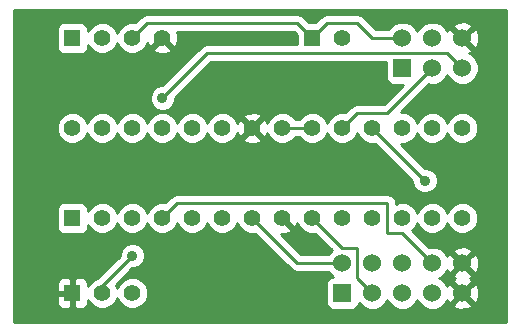
<source format=gbl>
G04 (created by PCBNEW (2013-04-19 BZR 4011)-stable) date 5/10/2013 9:41:03 PM*
%MOIN*%
G04 Gerber Fmt 3.4, Leading zero omitted, Abs format*
%FSLAX34Y34*%
G01*
G70*
G90*
G04 APERTURE LIST*
%ADD10C,0.006*%
%ADD11R,0.055X0.055*%
%ADD12C,0.055*%
%ADD13R,0.06X0.06*%
%ADD14C,0.06*%
%ADD15C,0.035*%
%ADD16C,0.01*%
G04 APERTURE END LIST*
G54D10*
G54D11*
X73500Y-39500D03*
G54D12*
X74500Y-39500D03*
X75500Y-39500D03*
X76500Y-39500D03*
G54D11*
X81500Y-39500D03*
G54D12*
X82500Y-39500D03*
G54D13*
X82500Y-48000D03*
G54D14*
X82500Y-47000D03*
X83500Y-48000D03*
X83500Y-47000D03*
X84500Y-48000D03*
X84500Y-47000D03*
X85500Y-48000D03*
X85500Y-47000D03*
X86500Y-48000D03*
X86500Y-47000D03*
G54D12*
X74500Y-45500D03*
X75500Y-45500D03*
X76500Y-45500D03*
X77500Y-45500D03*
X78500Y-45500D03*
X79500Y-45500D03*
X80500Y-45500D03*
X81500Y-45500D03*
X82500Y-45500D03*
X83500Y-45500D03*
X84500Y-45500D03*
X85500Y-45500D03*
X86500Y-45500D03*
G54D11*
X73500Y-45500D03*
G54D12*
X86500Y-42500D03*
X85500Y-42500D03*
X84500Y-42500D03*
X83500Y-42500D03*
X82500Y-42500D03*
X81500Y-42500D03*
X80500Y-42500D03*
X79500Y-42500D03*
X78500Y-42500D03*
X77500Y-42500D03*
X76500Y-42500D03*
X75500Y-42500D03*
X74500Y-42500D03*
X73500Y-42500D03*
G54D13*
X84500Y-40500D03*
G54D14*
X84500Y-39500D03*
X85500Y-40500D03*
X85500Y-39500D03*
X86500Y-40500D03*
X86500Y-39500D03*
G54D11*
X73500Y-48000D03*
G54D12*
X74500Y-48000D03*
X75500Y-48000D03*
G54D15*
X85250Y-44250D03*
X76500Y-41500D03*
X75500Y-46750D03*
G54D16*
X85500Y-47000D02*
X84500Y-46000D01*
X84500Y-46000D02*
X84000Y-46000D01*
X84000Y-46000D02*
X84000Y-45000D01*
X84000Y-45000D02*
X77000Y-45000D01*
X77000Y-45000D02*
X76500Y-45500D01*
X83500Y-42500D02*
X85250Y-44250D01*
X76500Y-41500D02*
X78000Y-40000D01*
X78000Y-40000D02*
X86000Y-40000D01*
X86000Y-40000D02*
X86500Y-40500D01*
X85500Y-40500D02*
X84000Y-42000D01*
X84000Y-42000D02*
X83000Y-42000D01*
X83000Y-42000D02*
X82500Y-42500D01*
X74500Y-48000D02*
X74500Y-47750D01*
X74500Y-47750D02*
X75500Y-46750D01*
X81500Y-45500D02*
X82500Y-46500D01*
X82500Y-46500D02*
X83000Y-46500D01*
X83000Y-46500D02*
X83000Y-47500D01*
X83000Y-47500D02*
X83500Y-48000D01*
X79500Y-45500D02*
X81000Y-47000D01*
X81000Y-47000D02*
X82500Y-47000D01*
X81500Y-39500D02*
X81000Y-39000D01*
X81000Y-39000D02*
X76000Y-39000D01*
X76000Y-39000D02*
X75500Y-39500D01*
X81500Y-39500D02*
X82000Y-39000D01*
X82000Y-39000D02*
X83000Y-39000D01*
X83000Y-39000D02*
X83500Y-39500D01*
X83500Y-39500D02*
X84500Y-39500D01*
X81500Y-42500D02*
X80500Y-42500D01*
G54D10*
G36*
X82148Y-46573D02*
X82034Y-46688D01*
X82029Y-46700D01*
X81124Y-46700D01*
X80452Y-46028D01*
X80632Y-46018D01*
X80772Y-45960D01*
X80797Y-45867D01*
X80500Y-45570D01*
X80494Y-45576D01*
X80423Y-45505D01*
X80429Y-45500D01*
X80423Y-45494D01*
X80494Y-45423D01*
X80500Y-45429D01*
X80505Y-45423D01*
X80576Y-45494D01*
X80570Y-45500D01*
X80867Y-45797D01*
X80960Y-45772D01*
X80999Y-45662D01*
X81054Y-45797D01*
X81202Y-45944D01*
X81395Y-46024D01*
X81600Y-46025D01*
X82148Y-46573D01*
X82148Y-46573D01*
G37*
G54D16*
X82148Y-46573D02*
X82034Y-46688D01*
X82029Y-46700D01*
X81124Y-46700D01*
X80452Y-46028D01*
X80632Y-46018D01*
X80772Y-45960D01*
X80797Y-45867D01*
X80500Y-45570D01*
X80494Y-45576D01*
X80423Y-45505D01*
X80429Y-45500D01*
X80423Y-45494D01*
X80494Y-45423D01*
X80500Y-45429D01*
X80505Y-45423D01*
X80576Y-45494D01*
X80570Y-45500D01*
X80867Y-45797D01*
X80960Y-45772D01*
X80999Y-45662D01*
X81054Y-45797D01*
X81202Y-45944D01*
X81395Y-46024D01*
X81600Y-46025D01*
X82148Y-46573D01*
G54D10*
G36*
X82576Y-39505D02*
X82505Y-39576D01*
X82500Y-39570D01*
X82494Y-39576D01*
X82423Y-39505D01*
X82429Y-39500D01*
X82423Y-39494D01*
X82494Y-39423D01*
X82500Y-39429D01*
X82505Y-39423D01*
X82576Y-39494D01*
X82570Y-39500D01*
X82576Y-39505D01*
X82576Y-39505D01*
G37*
G54D16*
X82576Y-39505D02*
X82505Y-39576D01*
X82500Y-39570D01*
X82494Y-39576D01*
X82423Y-39505D01*
X82429Y-39500D01*
X82423Y-39494D01*
X82494Y-39423D01*
X82500Y-39429D01*
X82505Y-39423D01*
X82576Y-39494D01*
X82570Y-39500D01*
X82576Y-39505D01*
G54D10*
G36*
X87950Y-48950D02*
X87054Y-48950D01*
X87054Y-48081D01*
X87054Y-47081D01*
X87054Y-39581D01*
X87043Y-39363D01*
X86981Y-39212D01*
X86885Y-39184D01*
X86815Y-39255D01*
X86815Y-39114D01*
X86787Y-39018D01*
X86581Y-38945D01*
X86363Y-38956D01*
X86212Y-39018D01*
X86184Y-39114D01*
X86500Y-39429D01*
X86815Y-39114D01*
X86815Y-39255D01*
X86570Y-39500D01*
X86885Y-39815D01*
X86981Y-39787D01*
X87054Y-39581D01*
X87054Y-47081D01*
X87050Y-46988D01*
X87050Y-40391D01*
X86966Y-40188D01*
X86811Y-40034D01*
X86736Y-40002D01*
X86787Y-39981D01*
X86815Y-39885D01*
X86500Y-39570D01*
X86494Y-39576D01*
X86423Y-39505D01*
X86429Y-39500D01*
X86114Y-39184D01*
X86018Y-39212D01*
X85999Y-39267D01*
X85966Y-39188D01*
X85811Y-39034D01*
X85609Y-38950D01*
X85391Y-38949D01*
X85188Y-39033D01*
X85034Y-39188D01*
X85000Y-39269D01*
X84966Y-39188D01*
X84811Y-39034D01*
X84609Y-38950D01*
X84391Y-38949D01*
X84188Y-39033D01*
X84034Y-39188D01*
X84029Y-39200D01*
X83624Y-39200D01*
X83212Y-38787D01*
X83114Y-38722D01*
X83000Y-38700D01*
X82000Y-38700D01*
X81885Y-38722D01*
X81787Y-38787D01*
X81600Y-38974D01*
X81399Y-38974D01*
X81212Y-38787D01*
X81114Y-38722D01*
X81000Y-38700D01*
X76000Y-38700D01*
X75885Y-38722D01*
X75787Y-38787D01*
X75600Y-38975D01*
X75396Y-38974D01*
X75203Y-39054D01*
X75055Y-39202D01*
X74999Y-39335D01*
X74945Y-39203D01*
X74797Y-39055D01*
X74604Y-38975D01*
X74396Y-38974D01*
X74203Y-39054D01*
X74055Y-39202D01*
X74025Y-39274D01*
X74025Y-39175D01*
X73987Y-39083D01*
X73916Y-39013D01*
X73824Y-38975D01*
X73725Y-38974D01*
X73175Y-38974D01*
X73083Y-39012D01*
X73013Y-39083D01*
X72975Y-39175D01*
X72974Y-39274D01*
X72974Y-39824D01*
X73012Y-39916D01*
X73083Y-39986D01*
X73175Y-40024D01*
X73274Y-40025D01*
X73824Y-40025D01*
X73916Y-39987D01*
X73986Y-39916D01*
X74024Y-39824D01*
X74025Y-39725D01*
X74025Y-39725D01*
X74054Y-39797D01*
X74202Y-39944D01*
X74395Y-40024D01*
X74603Y-40025D01*
X74797Y-39945D01*
X74944Y-39797D01*
X75000Y-39664D01*
X75054Y-39797D01*
X75202Y-39944D01*
X75395Y-40024D01*
X75603Y-40025D01*
X75797Y-39945D01*
X75944Y-39797D01*
X75997Y-39671D01*
X76039Y-39772D01*
X76132Y-39797D01*
X76429Y-39500D01*
X76423Y-39494D01*
X76494Y-39423D01*
X76500Y-39429D01*
X76505Y-39423D01*
X76576Y-39494D01*
X76570Y-39500D01*
X76867Y-39797D01*
X76960Y-39772D01*
X77029Y-39575D01*
X77018Y-39367D01*
X76990Y-39300D01*
X80875Y-39300D01*
X80974Y-39399D01*
X80974Y-39700D01*
X78000Y-39700D01*
X77885Y-39722D01*
X77787Y-39787D01*
X76797Y-40778D01*
X76797Y-39867D01*
X76500Y-39570D01*
X76202Y-39867D01*
X76227Y-39960D01*
X76424Y-40029D01*
X76632Y-40018D01*
X76772Y-39960D01*
X76797Y-39867D01*
X76797Y-40778D01*
X76500Y-41075D01*
X76415Y-41074D01*
X76259Y-41139D01*
X76139Y-41258D01*
X76075Y-41415D01*
X76074Y-41584D01*
X76139Y-41740D01*
X76258Y-41860D01*
X76415Y-41924D01*
X76584Y-41925D01*
X76740Y-41860D01*
X76860Y-41741D01*
X76924Y-41584D01*
X76925Y-41499D01*
X78124Y-40300D01*
X83949Y-40300D01*
X83949Y-40849D01*
X83987Y-40941D01*
X84058Y-41011D01*
X84150Y-41049D01*
X84249Y-41050D01*
X84525Y-41050D01*
X83875Y-41700D01*
X83000Y-41700D01*
X82885Y-41722D01*
X82787Y-41787D01*
X82600Y-41975D01*
X82396Y-41974D01*
X82203Y-42054D01*
X82055Y-42202D01*
X81999Y-42335D01*
X81945Y-42203D01*
X81797Y-42055D01*
X81604Y-41975D01*
X81396Y-41974D01*
X81203Y-42054D01*
X81057Y-42200D01*
X80942Y-42200D01*
X80797Y-42055D01*
X80604Y-41975D01*
X80396Y-41974D01*
X80203Y-42054D01*
X80055Y-42202D01*
X80002Y-42328D01*
X79960Y-42227D01*
X79867Y-42202D01*
X79797Y-42273D01*
X79797Y-42132D01*
X79772Y-42039D01*
X79575Y-41970D01*
X79367Y-41981D01*
X79227Y-42039D01*
X79202Y-42132D01*
X79500Y-42429D01*
X79797Y-42132D01*
X79797Y-42273D01*
X79570Y-42500D01*
X79867Y-42797D01*
X79960Y-42772D01*
X79999Y-42662D01*
X80054Y-42797D01*
X80202Y-42944D01*
X80395Y-43024D01*
X80603Y-43025D01*
X80797Y-42945D01*
X80942Y-42800D01*
X81057Y-42800D01*
X81202Y-42944D01*
X81395Y-43024D01*
X81603Y-43025D01*
X81797Y-42945D01*
X81944Y-42797D01*
X82000Y-42664D01*
X82054Y-42797D01*
X82202Y-42944D01*
X82395Y-43024D01*
X82603Y-43025D01*
X82797Y-42945D01*
X82944Y-42797D01*
X83000Y-42664D01*
X83054Y-42797D01*
X83202Y-42944D01*
X83395Y-43024D01*
X83600Y-43025D01*
X84825Y-44249D01*
X84824Y-44334D01*
X84889Y-44490D01*
X85008Y-44610D01*
X85165Y-44674D01*
X85334Y-44675D01*
X85490Y-44610D01*
X85610Y-44491D01*
X85674Y-44334D01*
X85675Y-44165D01*
X85610Y-44009D01*
X85491Y-43889D01*
X85334Y-43825D01*
X85249Y-43824D01*
X84449Y-43024D01*
X84603Y-43025D01*
X84797Y-42945D01*
X84944Y-42797D01*
X85000Y-42664D01*
X85054Y-42797D01*
X85202Y-42944D01*
X85395Y-43024D01*
X85603Y-43025D01*
X85797Y-42945D01*
X85944Y-42797D01*
X86000Y-42664D01*
X86054Y-42797D01*
X86202Y-42944D01*
X86395Y-43024D01*
X86603Y-43025D01*
X86797Y-42945D01*
X86944Y-42797D01*
X87024Y-42604D01*
X87025Y-42396D01*
X86945Y-42203D01*
X86797Y-42055D01*
X86604Y-41975D01*
X86396Y-41974D01*
X86203Y-42054D01*
X86055Y-42202D01*
X85999Y-42335D01*
X85945Y-42203D01*
X85797Y-42055D01*
X85604Y-41975D01*
X85396Y-41974D01*
X85203Y-42054D01*
X85055Y-42202D01*
X84999Y-42335D01*
X84945Y-42203D01*
X84797Y-42055D01*
X84604Y-41975D01*
X84449Y-41974D01*
X85378Y-41045D01*
X85390Y-41049D01*
X85608Y-41050D01*
X85811Y-40966D01*
X85965Y-40811D01*
X85999Y-40730D01*
X86033Y-40811D01*
X86188Y-40965D01*
X86390Y-41049D01*
X86608Y-41050D01*
X86811Y-40966D01*
X86965Y-40811D01*
X87049Y-40609D01*
X87050Y-40391D01*
X87050Y-46988D01*
X87043Y-46863D01*
X87025Y-46817D01*
X87025Y-45396D01*
X86945Y-45203D01*
X86797Y-45055D01*
X86604Y-44975D01*
X86396Y-44974D01*
X86203Y-45054D01*
X86055Y-45202D01*
X85999Y-45335D01*
X85945Y-45203D01*
X85797Y-45055D01*
X85604Y-44975D01*
X85396Y-44974D01*
X85203Y-45054D01*
X85055Y-45202D01*
X84999Y-45335D01*
X84945Y-45203D01*
X84797Y-45055D01*
X84604Y-44975D01*
X84396Y-44974D01*
X84300Y-45014D01*
X84300Y-45000D01*
X84277Y-44885D01*
X84212Y-44787D01*
X84114Y-44722D01*
X84000Y-44700D01*
X79797Y-44700D01*
X79797Y-42867D01*
X79500Y-42570D01*
X79429Y-42641D01*
X79429Y-42500D01*
X79132Y-42202D01*
X79039Y-42227D01*
X79000Y-42337D01*
X78945Y-42203D01*
X78797Y-42055D01*
X78604Y-41975D01*
X78396Y-41974D01*
X78203Y-42054D01*
X78055Y-42202D01*
X77999Y-42335D01*
X77945Y-42203D01*
X77797Y-42055D01*
X77604Y-41975D01*
X77396Y-41974D01*
X77203Y-42054D01*
X77055Y-42202D01*
X76999Y-42335D01*
X76945Y-42203D01*
X76797Y-42055D01*
X76604Y-41975D01*
X76396Y-41974D01*
X76203Y-42054D01*
X76055Y-42202D01*
X75999Y-42335D01*
X75945Y-42203D01*
X75797Y-42055D01*
X75604Y-41975D01*
X75396Y-41974D01*
X75203Y-42054D01*
X75055Y-42202D01*
X74999Y-42335D01*
X74945Y-42203D01*
X74797Y-42055D01*
X74604Y-41975D01*
X74396Y-41974D01*
X74203Y-42054D01*
X74055Y-42202D01*
X73999Y-42335D01*
X73945Y-42203D01*
X73797Y-42055D01*
X73604Y-41975D01*
X73396Y-41974D01*
X73203Y-42054D01*
X73055Y-42202D01*
X72975Y-42395D01*
X72974Y-42603D01*
X73054Y-42797D01*
X73202Y-42944D01*
X73395Y-43024D01*
X73603Y-43025D01*
X73797Y-42945D01*
X73944Y-42797D01*
X74000Y-42664D01*
X74054Y-42797D01*
X74202Y-42944D01*
X74395Y-43024D01*
X74603Y-43025D01*
X74797Y-42945D01*
X74944Y-42797D01*
X75000Y-42664D01*
X75054Y-42797D01*
X75202Y-42944D01*
X75395Y-43024D01*
X75603Y-43025D01*
X75797Y-42945D01*
X75944Y-42797D01*
X76000Y-42664D01*
X76054Y-42797D01*
X76202Y-42944D01*
X76395Y-43024D01*
X76603Y-43025D01*
X76797Y-42945D01*
X76944Y-42797D01*
X77000Y-42664D01*
X77054Y-42797D01*
X77202Y-42944D01*
X77395Y-43024D01*
X77603Y-43025D01*
X77797Y-42945D01*
X77944Y-42797D01*
X78000Y-42664D01*
X78054Y-42797D01*
X78202Y-42944D01*
X78395Y-43024D01*
X78603Y-43025D01*
X78797Y-42945D01*
X78944Y-42797D01*
X78997Y-42671D01*
X79039Y-42772D01*
X79132Y-42797D01*
X79429Y-42500D01*
X79429Y-42641D01*
X79202Y-42867D01*
X79227Y-42960D01*
X79424Y-43029D01*
X79632Y-43018D01*
X79772Y-42960D01*
X79797Y-42867D01*
X79797Y-44700D01*
X77000Y-44700D01*
X76885Y-44722D01*
X76787Y-44787D01*
X76600Y-44975D01*
X76396Y-44974D01*
X76203Y-45054D01*
X76055Y-45202D01*
X75999Y-45335D01*
X75945Y-45203D01*
X75797Y-45055D01*
X75604Y-44975D01*
X75396Y-44974D01*
X75203Y-45054D01*
X75055Y-45202D01*
X74999Y-45335D01*
X74945Y-45203D01*
X74797Y-45055D01*
X74604Y-44975D01*
X74396Y-44974D01*
X74203Y-45054D01*
X74055Y-45202D01*
X74025Y-45274D01*
X74025Y-45175D01*
X73987Y-45083D01*
X73916Y-45013D01*
X73824Y-44975D01*
X73725Y-44974D01*
X73175Y-44974D01*
X73083Y-45012D01*
X73013Y-45083D01*
X72975Y-45175D01*
X72974Y-45274D01*
X72974Y-45824D01*
X73012Y-45916D01*
X73083Y-45986D01*
X73175Y-46024D01*
X73274Y-46025D01*
X73824Y-46025D01*
X73916Y-45987D01*
X73986Y-45916D01*
X74024Y-45824D01*
X74025Y-45725D01*
X74025Y-45725D01*
X74054Y-45797D01*
X74202Y-45944D01*
X74395Y-46024D01*
X74603Y-46025D01*
X74797Y-45945D01*
X74944Y-45797D01*
X75000Y-45664D01*
X75054Y-45797D01*
X75202Y-45944D01*
X75395Y-46024D01*
X75603Y-46025D01*
X75797Y-45945D01*
X75944Y-45797D01*
X76000Y-45664D01*
X76054Y-45797D01*
X76202Y-45944D01*
X76395Y-46024D01*
X76603Y-46025D01*
X76797Y-45945D01*
X76944Y-45797D01*
X77000Y-45664D01*
X77054Y-45797D01*
X77202Y-45944D01*
X77395Y-46024D01*
X77603Y-46025D01*
X77797Y-45945D01*
X77944Y-45797D01*
X78000Y-45664D01*
X78054Y-45797D01*
X78202Y-45944D01*
X78395Y-46024D01*
X78603Y-46025D01*
X78797Y-45945D01*
X78944Y-45797D01*
X79000Y-45664D01*
X79054Y-45797D01*
X79202Y-45944D01*
X79395Y-46024D01*
X79600Y-46025D01*
X80787Y-47212D01*
X80787Y-47212D01*
X80885Y-47277D01*
X81000Y-47300D01*
X82028Y-47300D01*
X82033Y-47311D01*
X82172Y-47449D01*
X82150Y-47449D01*
X82058Y-47487D01*
X81988Y-47558D01*
X81950Y-47650D01*
X81949Y-47749D01*
X81949Y-48349D01*
X81987Y-48441D01*
X82058Y-48511D01*
X82150Y-48549D01*
X82249Y-48550D01*
X82849Y-48550D01*
X82941Y-48512D01*
X83011Y-48441D01*
X83049Y-48349D01*
X83049Y-48327D01*
X83188Y-48465D01*
X83390Y-48549D01*
X83608Y-48550D01*
X83811Y-48466D01*
X83965Y-48311D01*
X83999Y-48230D01*
X84033Y-48311D01*
X84188Y-48465D01*
X84390Y-48549D01*
X84608Y-48550D01*
X84811Y-48466D01*
X84965Y-48311D01*
X84999Y-48230D01*
X85033Y-48311D01*
X85188Y-48465D01*
X85390Y-48549D01*
X85608Y-48550D01*
X85811Y-48466D01*
X85965Y-48311D01*
X85997Y-48236D01*
X86018Y-48287D01*
X86114Y-48315D01*
X86429Y-48000D01*
X86114Y-47684D01*
X86018Y-47712D01*
X85999Y-47767D01*
X85966Y-47688D01*
X85811Y-47534D01*
X85730Y-47500D01*
X85811Y-47466D01*
X85965Y-47311D01*
X85997Y-47236D01*
X86018Y-47287D01*
X86114Y-47315D01*
X86429Y-47000D01*
X86114Y-46684D01*
X86018Y-46712D01*
X85999Y-46767D01*
X85966Y-46688D01*
X85811Y-46534D01*
X85609Y-46450D01*
X85391Y-46449D01*
X85379Y-46454D01*
X84833Y-45909D01*
X84944Y-45797D01*
X85000Y-45664D01*
X85054Y-45797D01*
X85202Y-45944D01*
X85395Y-46024D01*
X85603Y-46025D01*
X85797Y-45945D01*
X85944Y-45797D01*
X86000Y-45664D01*
X86054Y-45797D01*
X86202Y-45944D01*
X86395Y-46024D01*
X86603Y-46025D01*
X86797Y-45945D01*
X86944Y-45797D01*
X87024Y-45604D01*
X87025Y-45396D01*
X87025Y-46817D01*
X86981Y-46712D01*
X86885Y-46684D01*
X86815Y-46755D01*
X86815Y-46614D01*
X86787Y-46518D01*
X86581Y-46445D01*
X86363Y-46456D01*
X86212Y-46518D01*
X86184Y-46614D01*
X86500Y-46929D01*
X86815Y-46614D01*
X86815Y-46755D01*
X86570Y-47000D01*
X86885Y-47315D01*
X86981Y-47287D01*
X87054Y-47081D01*
X87054Y-48081D01*
X87043Y-47863D01*
X86981Y-47712D01*
X86885Y-47684D01*
X86815Y-47755D01*
X86815Y-47614D01*
X86787Y-47518D01*
X86739Y-47501D01*
X86787Y-47481D01*
X86815Y-47385D01*
X86500Y-47070D01*
X86184Y-47385D01*
X86212Y-47481D01*
X86260Y-47498D01*
X86212Y-47518D01*
X86184Y-47614D01*
X86500Y-47929D01*
X86815Y-47614D01*
X86815Y-47755D01*
X86570Y-48000D01*
X86885Y-48315D01*
X86981Y-48287D01*
X87054Y-48081D01*
X87054Y-48950D01*
X86815Y-48950D01*
X86815Y-48385D01*
X86500Y-48070D01*
X86184Y-48385D01*
X86212Y-48481D01*
X86418Y-48554D01*
X86636Y-48543D01*
X86787Y-48481D01*
X86815Y-48385D01*
X86815Y-48950D01*
X76025Y-48950D01*
X76025Y-47896D01*
X75945Y-47703D01*
X75797Y-47555D01*
X75604Y-47475D01*
X75396Y-47474D01*
X75203Y-47554D01*
X75055Y-47702D01*
X74999Y-47835D01*
X74952Y-47721D01*
X75499Y-47174D01*
X75584Y-47175D01*
X75740Y-47110D01*
X75860Y-46991D01*
X75924Y-46834D01*
X75925Y-46665D01*
X75860Y-46509D01*
X75741Y-46389D01*
X75584Y-46325D01*
X75415Y-46324D01*
X75259Y-46389D01*
X75139Y-46508D01*
X75075Y-46665D01*
X75074Y-46750D01*
X74318Y-47506D01*
X74203Y-47554D01*
X74055Y-47702D01*
X74025Y-47774D01*
X74025Y-47774D01*
X74024Y-47675D01*
X73986Y-47583D01*
X73916Y-47512D01*
X73824Y-47474D01*
X73612Y-47475D01*
X73550Y-47537D01*
X73550Y-47950D01*
X73557Y-47950D01*
X73557Y-48050D01*
X73550Y-48050D01*
X73550Y-48462D01*
X73612Y-48525D01*
X73824Y-48525D01*
X73916Y-48487D01*
X73986Y-48416D01*
X74024Y-48324D01*
X74025Y-48225D01*
X74025Y-48225D01*
X74054Y-48297D01*
X74202Y-48444D01*
X74395Y-48524D01*
X74603Y-48525D01*
X74797Y-48445D01*
X74944Y-48297D01*
X75000Y-48164D01*
X75054Y-48297D01*
X75202Y-48444D01*
X75395Y-48524D01*
X75603Y-48525D01*
X75797Y-48445D01*
X75944Y-48297D01*
X76024Y-48104D01*
X76025Y-47896D01*
X76025Y-48950D01*
X73450Y-48950D01*
X73450Y-48462D01*
X73450Y-48050D01*
X73450Y-47950D01*
X73450Y-47537D01*
X73387Y-47475D01*
X73175Y-47474D01*
X73083Y-47512D01*
X73013Y-47583D01*
X72975Y-47675D01*
X72974Y-47774D01*
X72975Y-47887D01*
X73037Y-47950D01*
X73450Y-47950D01*
X73450Y-48050D01*
X73037Y-48050D01*
X72975Y-48112D01*
X72974Y-48225D01*
X72975Y-48324D01*
X73013Y-48416D01*
X73083Y-48487D01*
X73175Y-48525D01*
X73387Y-48525D01*
X73450Y-48462D01*
X73450Y-48950D01*
X71550Y-48950D01*
X71550Y-38550D01*
X87950Y-38550D01*
X87950Y-48950D01*
X87950Y-48950D01*
G37*
G54D16*
X87950Y-48950D02*
X87054Y-48950D01*
X87054Y-48081D01*
X87054Y-47081D01*
X87054Y-39581D01*
X87043Y-39363D01*
X86981Y-39212D01*
X86885Y-39184D01*
X86815Y-39255D01*
X86815Y-39114D01*
X86787Y-39018D01*
X86581Y-38945D01*
X86363Y-38956D01*
X86212Y-39018D01*
X86184Y-39114D01*
X86500Y-39429D01*
X86815Y-39114D01*
X86815Y-39255D01*
X86570Y-39500D01*
X86885Y-39815D01*
X86981Y-39787D01*
X87054Y-39581D01*
X87054Y-47081D01*
X87050Y-46988D01*
X87050Y-40391D01*
X86966Y-40188D01*
X86811Y-40034D01*
X86736Y-40002D01*
X86787Y-39981D01*
X86815Y-39885D01*
X86500Y-39570D01*
X86494Y-39576D01*
X86423Y-39505D01*
X86429Y-39500D01*
X86114Y-39184D01*
X86018Y-39212D01*
X85999Y-39267D01*
X85966Y-39188D01*
X85811Y-39034D01*
X85609Y-38950D01*
X85391Y-38949D01*
X85188Y-39033D01*
X85034Y-39188D01*
X85000Y-39269D01*
X84966Y-39188D01*
X84811Y-39034D01*
X84609Y-38950D01*
X84391Y-38949D01*
X84188Y-39033D01*
X84034Y-39188D01*
X84029Y-39200D01*
X83624Y-39200D01*
X83212Y-38787D01*
X83114Y-38722D01*
X83000Y-38700D01*
X82000Y-38700D01*
X81885Y-38722D01*
X81787Y-38787D01*
X81600Y-38974D01*
X81399Y-38974D01*
X81212Y-38787D01*
X81114Y-38722D01*
X81000Y-38700D01*
X76000Y-38700D01*
X75885Y-38722D01*
X75787Y-38787D01*
X75600Y-38975D01*
X75396Y-38974D01*
X75203Y-39054D01*
X75055Y-39202D01*
X74999Y-39335D01*
X74945Y-39203D01*
X74797Y-39055D01*
X74604Y-38975D01*
X74396Y-38974D01*
X74203Y-39054D01*
X74055Y-39202D01*
X74025Y-39274D01*
X74025Y-39175D01*
X73987Y-39083D01*
X73916Y-39013D01*
X73824Y-38975D01*
X73725Y-38974D01*
X73175Y-38974D01*
X73083Y-39012D01*
X73013Y-39083D01*
X72975Y-39175D01*
X72974Y-39274D01*
X72974Y-39824D01*
X73012Y-39916D01*
X73083Y-39986D01*
X73175Y-40024D01*
X73274Y-40025D01*
X73824Y-40025D01*
X73916Y-39987D01*
X73986Y-39916D01*
X74024Y-39824D01*
X74025Y-39725D01*
X74025Y-39725D01*
X74054Y-39797D01*
X74202Y-39944D01*
X74395Y-40024D01*
X74603Y-40025D01*
X74797Y-39945D01*
X74944Y-39797D01*
X75000Y-39664D01*
X75054Y-39797D01*
X75202Y-39944D01*
X75395Y-40024D01*
X75603Y-40025D01*
X75797Y-39945D01*
X75944Y-39797D01*
X75997Y-39671D01*
X76039Y-39772D01*
X76132Y-39797D01*
X76429Y-39500D01*
X76423Y-39494D01*
X76494Y-39423D01*
X76500Y-39429D01*
X76505Y-39423D01*
X76576Y-39494D01*
X76570Y-39500D01*
X76867Y-39797D01*
X76960Y-39772D01*
X77029Y-39575D01*
X77018Y-39367D01*
X76990Y-39300D01*
X80875Y-39300D01*
X80974Y-39399D01*
X80974Y-39700D01*
X78000Y-39700D01*
X77885Y-39722D01*
X77787Y-39787D01*
X76797Y-40778D01*
X76797Y-39867D01*
X76500Y-39570D01*
X76202Y-39867D01*
X76227Y-39960D01*
X76424Y-40029D01*
X76632Y-40018D01*
X76772Y-39960D01*
X76797Y-39867D01*
X76797Y-40778D01*
X76500Y-41075D01*
X76415Y-41074D01*
X76259Y-41139D01*
X76139Y-41258D01*
X76075Y-41415D01*
X76074Y-41584D01*
X76139Y-41740D01*
X76258Y-41860D01*
X76415Y-41924D01*
X76584Y-41925D01*
X76740Y-41860D01*
X76860Y-41741D01*
X76924Y-41584D01*
X76925Y-41499D01*
X78124Y-40300D01*
X83949Y-40300D01*
X83949Y-40849D01*
X83987Y-40941D01*
X84058Y-41011D01*
X84150Y-41049D01*
X84249Y-41050D01*
X84525Y-41050D01*
X83875Y-41700D01*
X83000Y-41700D01*
X82885Y-41722D01*
X82787Y-41787D01*
X82600Y-41975D01*
X82396Y-41974D01*
X82203Y-42054D01*
X82055Y-42202D01*
X81999Y-42335D01*
X81945Y-42203D01*
X81797Y-42055D01*
X81604Y-41975D01*
X81396Y-41974D01*
X81203Y-42054D01*
X81057Y-42200D01*
X80942Y-42200D01*
X80797Y-42055D01*
X80604Y-41975D01*
X80396Y-41974D01*
X80203Y-42054D01*
X80055Y-42202D01*
X80002Y-42328D01*
X79960Y-42227D01*
X79867Y-42202D01*
X79797Y-42273D01*
X79797Y-42132D01*
X79772Y-42039D01*
X79575Y-41970D01*
X79367Y-41981D01*
X79227Y-42039D01*
X79202Y-42132D01*
X79500Y-42429D01*
X79797Y-42132D01*
X79797Y-42273D01*
X79570Y-42500D01*
X79867Y-42797D01*
X79960Y-42772D01*
X79999Y-42662D01*
X80054Y-42797D01*
X80202Y-42944D01*
X80395Y-43024D01*
X80603Y-43025D01*
X80797Y-42945D01*
X80942Y-42800D01*
X81057Y-42800D01*
X81202Y-42944D01*
X81395Y-43024D01*
X81603Y-43025D01*
X81797Y-42945D01*
X81944Y-42797D01*
X82000Y-42664D01*
X82054Y-42797D01*
X82202Y-42944D01*
X82395Y-43024D01*
X82603Y-43025D01*
X82797Y-42945D01*
X82944Y-42797D01*
X83000Y-42664D01*
X83054Y-42797D01*
X83202Y-42944D01*
X83395Y-43024D01*
X83600Y-43025D01*
X84825Y-44249D01*
X84824Y-44334D01*
X84889Y-44490D01*
X85008Y-44610D01*
X85165Y-44674D01*
X85334Y-44675D01*
X85490Y-44610D01*
X85610Y-44491D01*
X85674Y-44334D01*
X85675Y-44165D01*
X85610Y-44009D01*
X85491Y-43889D01*
X85334Y-43825D01*
X85249Y-43824D01*
X84449Y-43024D01*
X84603Y-43025D01*
X84797Y-42945D01*
X84944Y-42797D01*
X85000Y-42664D01*
X85054Y-42797D01*
X85202Y-42944D01*
X85395Y-43024D01*
X85603Y-43025D01*
X85797Y-42945D01*
X85944Y-42797D01*
X86000Y-42664D01*
X86054Y-42797D01*
X86202Y-42944D01*
X86395Y-43024D01*
X86603Y-43025D01*
X86797Y-42945D01*
X86944Y-42797D01*
X87024Y-42604D01*
X87025Y-42396D01*
X86945Y-42203D01*
X86797Y-42055D01*
X86604Y-41975D01*
X86396Y-41974D01*
X86203Y-42054D01*
X86055Y-42202D01*
X85999Y-42335D01*
X85945Y-42203D01*
X85797Y-42055D01*
X85604Y-41975D01*
X85396Y-41974D01*
X85203Y-42054D01*
X85055Y-42202D01*
X84999Y-42335D01*
X84945Y-42203D01*
X84797Y-42055D01*
X84604Y-41975D01*
X84449Y-41974D01*
X85378Y-41045D01*
X85390Y-41049D01*
X85608Y-41050D01*
X85811Y-40966D01*
X85965Y-40811D01*
X85999Y-40730D01*
X86033Y-40811D01*
X86188Y-40965D01*
X86390Y-41049D01*
X86608Y-41050D01*
X86811Y-40966D01*
X86965Y-40811D01*
X87049Y-40609D01*
X87050Y-40391D01*
X87050Y-46988D01*
X87043Y-46863D01*
X87025Y-46817D01*
X87025Y-45396D01*
X86945Y-45203D01*
X86797Y-45055D01*
X86604Y-44975D01*
X86396Y-44974D01*
X86203Y-45054D01*
X86055Y-45202D01*
X85999Y-45335D01*
X85945Y-45203D01*
X85797Y-45055D01*
X85604Y-44975D01*
X85396Y-44974D01*
X85203Y-45054D01*
X85055Y-45202D01*
X84999Y-45335D01*
X84945Y-45203D01*
X84797Y-45055D01*
X84604Y-44975D01*
X84396Y-44974D01*
X84300Y-45014D01*
X84300Y-45000D01*
X84277Y-44885D01*
X84212Y-44787D01*
X84114Y-44722D01*
X84000Y-44700D01*
X79797Y-44700D01*
X79797Y-42867D01*
X79500Y-42570D01*
X79429Y-42641D01*
X79429Y-42500D01*
X79132Y-42202D01*
X79039Y-42227D01*
X79000Y-42337D01*
X78945Y-42203D01*
X78797Y-42055D01*
X78604Y-41975D01*
X78396Y-41974D01*
X78203Y-42054D01*
X78055Y-42202D01*
X77999Y-42335D01*
X77945Y-42203D01*
X77797Y-42055D01*
X77604Y-41975D01*
X77396Y-41974D01*
X77203Y-42054D01*
X77055Y-42202D01*
X76999Y-42335D01*
X76945Y-42203D01*
X76797Y-42055D01*
X76604Y-41975D01*
X76396Y-41974D01*
X76203Y-42054D01*
X76055Y-42202D01*
X75999Y-42335D01*
X75945Y-42203D01*
X75797Y-42055D01*
X75604Y-41975D01*
X75396Y-41974D01*
X75203Y-42054D01*
X75055Y-42202D01*
X74999Y-42335D01*
X74945Y-42203D01*
X74797Y-42055D01*
X74604Y-41975D01*
X74396Y-41974D01*
X74203Y-42054D01*
X74055Y-42202D01*
X73999Y-42335D01*
X73945Y-42203D01*
X73797Y-42055D01*
X73604Y-41975D01*
X73396Y-41974D01*
X73203Y-42054D01*
X73055Y-42202D01*
X72975Y-42395D01*
X72974Y-42603D01*
X73054Y-42797D01*
X73202Y-42944D01*
X73395Y-43024D01*
X73603Y-43025D01*
X73797Y-42945D01*
X73944Y-42797D01*
X74000Y-42664D01*
X74054Y-42797D01*
X74202Y-42944D01*
X74395Y-43024D01*
X74603Y-43025D01*
X74797Y-42945D01*
X74944Y-42797D01*
X75000Y-42664D01*
X75054Y-42797D01*
X75202Y-42944D01*
X75395Y-43024D01*
X75603Y-43025D01*
X75797Y-42945D01*
X75944Y-42797D01*
X76000Y-42664D01*
X76054Y-42797D01*
X76202Y-42944D01*
X76395Y-43024D01*
X76603Y-43025D01*
X76797Y-42945D01*
X76944Y-42797D01*
X77000Y-42664D01*
X77054Y-42797D01*
X77202Y-42944D01*
X77395Y-43024D01*
X77603Y-43025D01*
X77797Y-42945D01*
X77944Y-42797D01*
X78000Y-42664D01*
X78054Y-42797D01*
X78202Y-42944D01*
X78395Y-43024D01*
X78603Y-43025D01*
X78797Y-42945D01*
X78944Y-42797D01*
X78997Y-42671D01*
X79039Y-42772D01*
X79132Y-42797D01*
X79429Y-42500D01*
X79429Y-42641D01*
X79202Y-42867D01*
X79227Y-42960D01*
X79424Y-43029D01*
X79632Y-43018D01*
X79772Y-42960D01*
X79797Y-42867D01*
X79797Y-44700D01*
X77000Y-44700D01*
X76885Y-44722D01*
X76787Y-44787D01*
X76600Y-44975D01*
X76396Y-44974D01*
X76203Y-45054D01*
X76055Y-45202D01*
X75999Y-45335D01*
X75945Y-45203D01*
X75797Y-45055D01*
X75604Y-44975D01*
X75396Y-44974D01*
X75203Y-45054D01*
X75055Y-45202D01*
X74999Y-45335D01*
X74945Y-45203D01*
X74797Y-45055D01*
X74604Y-44975D01*
X74396Y-44974D01*
X74203Y-45054D01*
X74055Y-45202D01*
X74025Y-45274D01*
X74025Y-45175D01*
X73987Y-45083D01*
X73916Y-45013D01*
X73824Y-44975D01*
X73725Y-44974D01*
X73175Y-44974D01*
X73083Y-45012D01*
X73013Y-45083D01*
X72975Y-45175D01*
X72974Y-45274D01*
X72974Y-45824D01*
X73012Y-45916D01*
X73083Y-45986D01*
X73175Y-46024D01*
X73274Y-46025D01*
X73824Y-46025D01*
X73916Y-45987D01*
X73986Y-45916D01*
X74024Y-45824D01*
X74025Y-45725D01*
X74025Y-45725D01*
X74054Y-45797D01*
X74202Y-45944D01*
X74395Y-46024D01*
X74603Y-46025D01*
X74797Y-45945D01*
X74944Y-45797D01*
X75000Y-45664D01*
X75054Y-45797D01*
X75202Y-45944D01*
X75395Y-46024D01*
X75603Y-46025D01*
X75797Y-45945D01*
X75944Y-45797D01*
X76000Y-45664D01*
X76054Y-45797D01*
X76202Y-45944D01*
X76395Y-46024D01*
X76603Y-46025D01*
X76797Y-45945D01*
X76944Y-45797D01*
X77000Y-45664D01*
X77054Y-45797D01*
X77202Y-45944D01*
X77395Y-46024D01*
X77603Y-46025D01*
X77797Y-45945D01*
X77944Y-45797D01*
X78000Y-45664D01*
X78054Y-45797D01*
X78202Y-45944D01*
X78395Y-46024D01*
X78603Y-46025D01*
X78797Y-45945D01*
X78944Y-45797D01*
X79000Y-45664D01*
X79054Y-45797D01*
X79202Y-45944D01*
X79395Y-46024D01*
X79600Y-46025D01*
X80787Y-47212D01*
X80787Y-47212D01*
X80885Y-47277D01*
X81000Y-47300D01*
X82028Y-47300D01*
X82033Y-47311D01*
X82172Y-47449D01*
X82150Y-47449D01*
X82058Y-47487D01*
X81988Y-47558D01*
X81950Y-47650D01*
X81949Y-47749D01*
X81949Y-48349D01*
X81987Y-48441D01*
X82058Y-48511D01*
X82150Y-48549D01*
X82249Y-48550D01*
X82849Y-48550D01*
X82941Y-48512D01*
X83011Y-48441D01*
X83049Y-48349D01*
X83049Y-48327D01*
X83188Y-48465D01*
X83390Y-48549D01*
X83608Y-48550D01*
X83811Y-48466D01*
X83965Y-48311D01*
X83999Y-48230D01*
X84033Y-48311D01*
X84188Y-48465D01*
X84390Y-48549D01*
X84608Y-48550D01*
X84811Y-48466D01*
X84965Y-48311D01*
X84999Y-48230D01*
X85033Y-48311D01*
X85188Y-48465D01*
X85390Y-48549D01*
X85608Y-48550D01*
X85811Y-48466D01*
X85965Y-48311D01*
X85997Y-48236D01*
X86018Y-48287D01*
X86114Y-48315D01*
X86429Y-48000D01*
X86114Y-47684D01*
X86018Y-47712D01*
X85999Y-47767D01*
X85966Y-47688D01*
X85811Y-47534D01*
X85730Y-47500D01*
X85811Y-47466D01*
X85965Y-47311D01*
X85997Y-47236D01*
X86018Y-47287D01*
X86114Y-47315D01*
X86429Y-47000D01*
X86114Y-46684D01*
X86018Y-46712D01*
X85999Y-46767D01*
X85966Y-46688D01*
X85811Y-46534D01*
X85609Y-46450D01*
X85391Y-46449D01*
X85379Y-46454D01*
X84833Y-45909D01*
X84944Y-45797D01*
X85000Y-45664D01*
X85054Y-45797D01*
X85202Y-45944D01*
X85395Y-46024D01*
X85603Y-46025D01*
X85797Y-45945D01*
X85944Y-45797D01*
X86000Y-45664D01*
X86054Y-45797D01*
X86202Y-45944D01*
X86395Y-46024D01*
X86603Y-46025D01*
X86797Y-45945D01*
X86944Y-45797D01*
X87024Y-45604D01*
X87025Y-45396D01*
X87025Y-46817D01*
X86981Y-46712D01*
X86885Y-46684D01*
X86815Y-46755D01*
X86815Y-46614D01*
X86787Y-46518D01*
X86581Y-46445D01*
X86363Y-46456D01*
X86212Y-46518D01*
X86184Y-46614D01*
X86500Y-46929D01*
X86815Y-46614D01*
X86815Y-46755D01*
X86570Y-47000D01*
X86885Y-47315D01*
X86981Y-47287D01*
X87054Y-47081D01*
X87054Y-48081D01*
X87043Y-47863D01*
X86981Y-47712D01*
X86885Y-47684D01*
X86815Y-47755D01*
X86815Y-47614D01*
X86787Y-47518D01*
X86739Y-47501D01*
X86787Y-47481D01*
X86815Y-47385D01*
X86500Y-47070D01*
X86184Y-47385D01*
X86212Y-47481D01*
X86260Y-47498D01*
X86212Y-47518D01*
X86184Y-47614D01*
X86500Y-47929D01*
X86815Y-47614D01*
X86815Y-47755D01*
X86570Y-48000D01*
X86885Y-48315D01*
X86981Y-48287D01*
X87054Y-48081D01*
X87054Y-48950D01*
X86815Y-48950D01*
X86815Y-48385D01*
X86500Y-48070D01*
X86184Y-48385D01*
X86212Y-48481D01*
X86418Y-48554D01*
X86636Y-48543D01*
X86787Y-48481D01*
X86815Y-48385D01*
X86815Y-48950D01*
X76025Y-48950D01*
X76025Y-47896D01*
X75945Y-47703D01*
X75797Y-47555D01*
X75604Y-47475D01*
X75396Y-47474D01*
X75203Y-47554D01*
X75055Y-47702D01*
X74999Y-47835D01*
X74952Y-47721D01*
X75499Y-47174D01*
X75584Y-47175D01*
X75740Y-47110D01*
X75860Y-46991D01*
X75924Y-46834D01*
X75925Y-46665D01*
X75860Y-46509D01*
X75741Y-46389D01*
X75584Y-46325D01*
X75415Y-46324D01*
X75259Y-46389D01*
X75139Y-46508D01*
X75075Y-46665D01*
X75074Y-46750D01*
X74318Y-47506D01*
X74203Y-47554D01*
X74055Y-47702D01*
X74025Y-47774D01*
X74025Y-47774D01*
X74024Y-47675D01*
X73986Y-47583D01*
X73916Y-47512D01*
X73824Y-47474D01*
X73612Y-47475D01*
X73550Y-47537D01*
X73550Y-47950D01*
X73557Y-47950D01*
X73557Y-48050D01*
X73550Y-48050D01*
X73550Y-48462D01*
X73612Y-48525D01*
X73824Y-48525D01*
X73916Y-48487D01*
X73986Y-48416D01*
X74024Y-48324D01*
X74025Y-48225D01*
X74025Y-48225D01*
X74054Y-48297D01*
X74202Y-48444D01*
X74395Y-48524D01*
X74603Y-48525D01*
X74797Y-48445D01*
X74944Y-48297D01*
X75000Y-48164D01*
X75054Y-48297D01*
X75202Y-48444D01*
X75395Y-48524D01*
X75603Y-48525D01*
X75797Y-48445D01*
X75944Y-48297D01*
X76024Y-48104D01*
X76025Y-47896D01*
X76025Y-48950D01*
X73450Y-48950D01*
X73450Y-48462D01*
X73450Y-48050D01*
X73450Y-47950D01*
X73450Y-47537D01*
X73387Y-47475D01*
X73175Y-47474D01*
X73083Y-47512D01*
X73013Y-47583D01*
X72975Y-47675D01*
X72974Y-47774D01*
X72975Y-47887D01*
X73037Y-47950D01*
X73450Y-47950D01*
X73450Y-48050D01*
X73037Y-48050D01*
X72975Y-48112D01*
X72974Y-48225D01*
X72975Y-48324D01*
X73013Y-48416D01*
X73083Y-48487D01*
X73175Y-48525D01*
X73387Y-48525D01*
X73450Y-48462D01*
X73450Y-48950D01*
X71550Y-48950D01*
X71550Y-38550D01*
X87950Y-38550D01*
X87950Y-48950D01*
M02*

</source>
